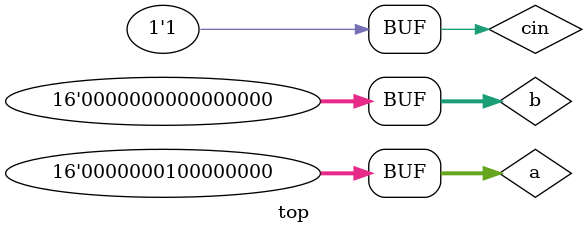
<source format=v>
`include "coe17b024_exp1_16bitadder_v1.v"

module top;

reg[15:0] a, b;
reg cin;
wire[15:0] sum;
wire ca;

     sxtnBitAdder SBA_0(a,b,cin,sum,ca);

initial
begin
	a=0;
	b=0;
	cin=1;
	#100 
	a = 32;
	b = 16;
	cin = 0;
	#100
	a =256;
	b = 0;
	cin = 1;
end

initial
begin
	$monitor($time, "a = %d, b = %d,cin = %b, Sum = %d, ca = %b",a,b,cin,sum, ca);
	$dumpfile("16bit.vcd");
	$dumpvars;
end

endmodule

</source>
